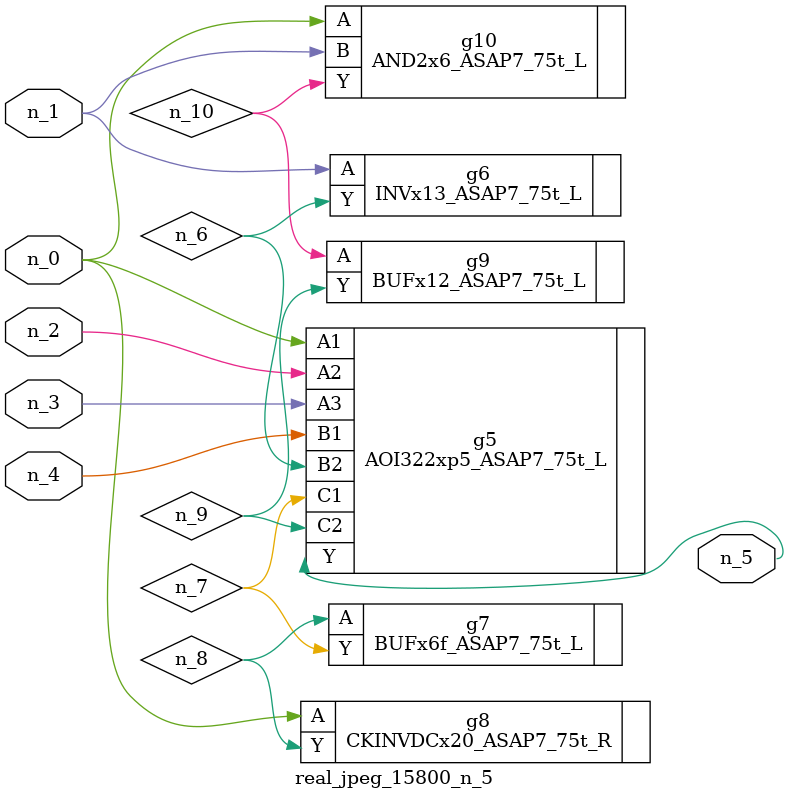
<source format=v>
module real_jpeg_15800_n_5 (n_4, n_0, n_1, n_2, n_3, n_5);

input n_4;
input n_0;
input n_1;
input n_2;
input n_3;

output n_5;

wire n_8;
wire n_6;
wire n_7;
wire n_10;
wire n_9;

AOI322xp5_ASAP7_75t_L g5 ( 
.A1(n_0),
.A2(n_2),
.A3(n_3),
.B1(n_4),
.B2(n_6),
.C1(n_7),
.C2(n_9),
.Y(n_5)
);

CKINVDCx20_ASAP7_75t_R g8 ( 
.A(n_0),
.Y(n_8)
);

AND2x6_ASAP7_75t_L g10 ( 
.A(n_0),
.B(n_1),
.Y(n_10)
);

INVx13_ASAP7_75t_L g6 ( 
.A(n_1),
.Y(n_6)
);

BUFx6f_ASAP7_75t_L g7 ( 
.A(n_8),
.Y(n_7)
);

BUFx12_ASAP7_75t_L g9 ( 
.A(n_10),
.Y(n_9)
);


endmodule
</source>
